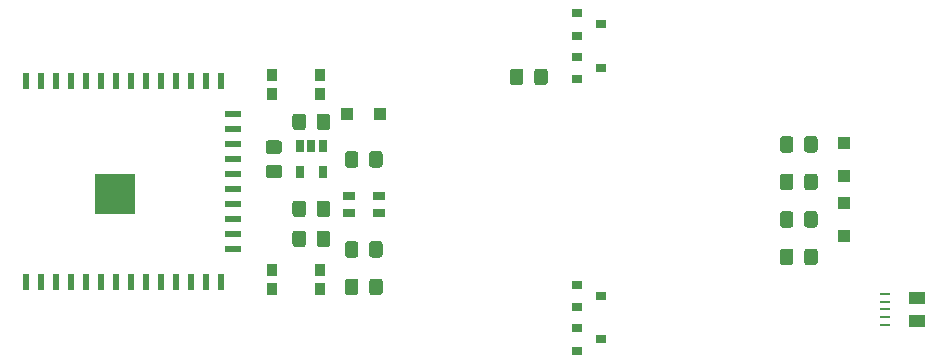
<source format=gbr>
G04 #@! TF.GenerationSoftware,KiCad,Pcbnew,(5.1.9-0-10_14)*
G04 #@! TF.CreationDate,2021-06-13T22:04:25-05:00*
G04 #@! TF.ProjectId,kbxIrBlaster,6b627849-7242-46c6-9173-7465722e6b69,rev?*
G04 #@! TF.SameCoordinates,Original*
G04 #@! TF.FileFunction,Paste,Top*
G04 #@! TF.FilePolarity,Positive*
%FSLAX46Y46*%
G04 Gerber Fmt 4.6, Leading zero omitted, Abs format (unit mm)*
G04 Created by KiCad (PCBNEW (5.1.9-0-10_14)) date 2021-06-13 22:04:25*
%MOMM*%
%LPD*%
G01*
G04 APERTURE LIST*
%ADD10R,0.650000X1.060000*%
%ADD11R,1.330000X1.050000*%
%ADD12R,0.945000X0.280000*%
%ADD13R,0.630000X1.400000*%
%ADD14R,1.400000X0.630000*%
%ADD15R,3.500000X3.500000*%
%ADD16R,0.900000X0.800000*%
%ADD17R,1.000000X0.800000*%
%ADD18R,0.900000X1.000000*%
%ADD19R,1.100000X1.100000*%
G04 APERTURE END LIST*
D10*
X146365000Y-79840000D03*
X144465000Y-79840000D03*
X144465000Y-77640000D03*
X145415000Y-77640000D03*
X146365000Y-77640000D03*
D11*
X196690500Y-92440000D03*
D12*
X193990500Y-91440000D03*
X193990500Y-90790000D03*
X193990500Y-90140000D03*
X193990500Y-92740000D03*
X193990500Y-92090000D03*
D11*
X196690500Y-90440000D03*
D13*
X121285000Y-72145000D03*
X122555000Y-72145000D03*
X123825000Y-72145000D03*
X125095000Y-72145000D03*
X126365000Y-72145000D03*
X127635000Y-72145000D03*
X128905000Y-72145000D03*
X130175000Y-72145000D03*
X131445000Y-72145000D03*
X132715000Y-72145000D03*
X133985000Y-72145000D03*
X135255000Y-72145000D03*
X136525000Y-72145000D03*
X137795000Y-72145000D03*
D14*
X138795000Y-74930000D03*
X138795000Y-76200000D03*
X138795000Y-77470000D03*
X138795000Y-78740000D03*
X138795000Y-80010000D03*
X138795000Y-81280000D03*
X138795000Y-82550000D03*
X138795000Y-83820000D03*
X138795000Y-85090000D03*
X138795000Y-86360000D03*
D13*
X137795000Y-89145000D03*
X136525000Y-89145000D03*
X135255000Y-89145000D03*
X133985000Y-89145000D03*
X132715000Y-89145000D03*
X131445000Y-89145000D03*
X130175000Y-89145000D03*
X128905000Y-89145000D03*
X127635000Y-89145000D03*
X126365000Y-89145000D03*
X125095000Y-89145000D03*
X123825000Y-89145000D03*
X122555000Y-89145000D03*
X121285000Y-89145000D03*
D15*
X128785000Y-81645000D03*
D16*
X169910000Y-70993000D03*
X167910000Y-71943000D03*
X167910000Y-70043000D03*
D17*
X148610000Y-83250000D03*
X151110000Y-83250000D03*
X151110000Y-81850000D03*
X148610000Y-81850000D03*
D16*
X169910000Y-90297000D03*
X167910000Y-91247000D03*
X167910000Y-89347000D03*
X169910000Y-67310000D03*
X167910000Y-68260000D03*
X167910000Y-66360000D03*
D18*
X146195000Y-73190000D03*
X146195000Y-71590000D03*
X142095000Y-73190000D03*
X142095000Y-71590000D03*
X146195000Y-89700000D03*
X146195000Y-88100000D03*
X142095000Y-89700000D03*
X142095000Y-88100000D03*
D16*
X169910000Y-93980000D03*
X167910000Y-94930000D03*
X167910000Y-93030000D03*
D19*
X190500000Y-85220000D03*
X190500000Y-82420000D03*
X190500000Y-77340000D03*
X190500000Y-80140000D03*
X151260000Y-74930000D03*
X148460000Y-74930000D03*
G36*
G01*
X186240000Y-77019999D02*
X186240000Y-77920001D01*
G75*
G02*
X185990001Y-78170000I-249999J0D01*
G01*
X185339999Y-78170000D01*
G75*
G02*
X185090000Y-77920001I0J249999D01*
G01*
X185090000Y-77019999D01*
G75*
G02*
X185339999Y-76770000I249999J0D01*
G01*
X185990001Y-76770000D01*
G75*
G02*
X186240000Y-77019999I0J-249999D01*
G01*
G37*
G36*
G01*
X188290000Y-77019999D02*
X188290000Y-77920001D01*
G75*
G02*
X188040001Y-78170000I-249999J0D01*
G01*
X187389999Y-78170000D01*
G75*
G02*
X187140000Y-77920001I0J249999D01*
G01*
X187140000Y-77019999D01*
G75*
G02*
X187389999Y-76770000I249999J0D01*
G01*
X188040001Y-76770000D01*
G75*
G02*
X188290000Y-77019999I0J-249999D01*
G01*
G37*
G36*
G01*
X186240000Y-80194999D02*
X186240000Y-81095001D01*
G75*
G02*
X185990001Y-81345000I-249999J0D01*
G01*
X185339999Y-81345000D01*
G75*
G02*
X185090000Y-81095001I0J249999D01*
G01*
X185090000Y-80194999D01*
G75*
G02*
X185339999Y-79945000I249999J0D01*
G01*
X185990001Y-79945000D01*
G75*
G02*
X186240000Y-80194999I0J-249999D01*
G01*
G37*
G36*
G01*
X188290000Y-80194999D02*
X188290000Y-81095001D01*
G75*
G02*
X188040001Y-81345000I-249999J0D01*
G01*
X187389999Y-81345000D01*
G75*
G02*
X187140000Y-81095001I0J249999D01*
G01*
X187140000Y-80194999D01*
G75*
G02*
X187389999Y-79945000I249999J0D01*
G01*
X188040001Y-79945000D01*
G75*
G02*
X188290000Y-80194999I0J-249999D01*
G01*
G37*
G36*
G01*
X149410000Y-89084999D02*
X149410000Y-89985001D01*
G75*
G02*
X149160001Y-90235000I-249999J0D01*
G01*
X148509999Y-90235000D01*
G75*
G02*
X148260000Y-89985001I0J249999D01*
G01*
X148260000Y-89084999D01*
G75*
G02*
X148509999Y-88835000I249999J0D01*
G01*
X149160001Y-88835000D01*
G75*
G02*
X149410000Y-89084999I0J-249999D01*
G01*
G37*
G36*
G01*
X151460000Y-89084999D02*
X151460000Y-89985001D01*
G75*
G02*
X151210001Y-90235000I-249999J0D01*
G01*
X150559999Y-90235000D01*
G75*
G02*
X150310000Y-89985001I0J249999D01*
G01*
X150310000Y-89084999D01*
G75*
G02*
X150559999Y-88835000I249999J0D01*
G01*
X151210001Y-88835000D01*
G75*
G02*
X151460000Y-89084999I0J-249999D01*
G01*
G37*
G36*
G01*
X145865000Y-83381001D02*
X145865000Y-82480999D01*
G75*
G02*
X146114999Y-82231000I249999J0D01*
G01*
X146765001Y-82231000D01*
G75*
G02*
X147015000Y-82480999I0J-249999D01*
G01*
X147015000Y-83381001D01*
G75*
G02*
X146765001Y-83631000I-249999J0D01*
G01*
X146114999Y-83631000D01*
G75*
G02*
X145865000Y-83381001I0J249999D01*
G01*
G37*
G36*
G01*
X143815000Y-83381001D02*
X143815000Y-82480999D01*
G75*
G02*
X144064999Y-82231000I249999J0D01*
G01*
X144715001Y-82231000D01*
G75*
G02*
X144965000Y-82480999I0J-249999D01*
G01*
X144965000Y-83381001D01*
G75*
G02*
X144715001Y-83631000I-249999J0D01*
G01*
X144064999Y-83631000D01*
G75*
G02*
X143815000Y-83381001I0J249999D01*
G01*
G37*
G36*
G01*
X145865000Y-85921001D02*
X145865000Y-85020999D01*
G75*
G02*
X146114999Y-84771000I249999J0D01*
G01*
X146765001Y-84771000D01*
G75*
G02*
X147015000Y-85020999I0J-249999D01*
G01*
X147015000Y-85921001D01*
G75*
G02*
X146765001Y-86171000I-249999J0D01*
G01*
X146114999Y-86171000D01*
G75*
G02*
X145865000Y-85921001I0J249999D01*
G01*
G37*
G36*
G01*
X143815000Y-85921001D02*
X143815000Y-85020999D01*
G75*
G02*
X144064999Y-84771000I249999J0D01*
G01*
X144715001Y-84771000D01*
G75*
G02*
X144965000Y-85020999I0J-249999D01*
G01*
X144965000Y-85921001D01*
G75*
G02*
X144715001Y-86171000I-249999J0D01*
G01*
X144064999Y-86171000D01*
G75*
G02*
X143815000Y-85921001I0J249999D01*
G01*
G37*
G36*
G01*
X186240000Y-83369999D02*
X186240000Y-84270001D01*
G75*
G02*
X185990001Y-84520000I-249999J0D01*
G01*
X185339999Y-84520000D01*
G75*
G02*
X185090000Y-84270001I0J249999D01*
G01*
X185090000Y-83369999D01*
G75*
G02*
X185339999Y-83120000I249999J0D01*
G01*
X185990001Y-83120000D01*
G75*
G02*
X186240000Y-83369999I0J-249999D01*
G01*
G37*
G36*
G01*
X188290000Y-83369999D02*
X188290000Y-84270001D01*
G75*
G02*
X188040001Y-84520000I-249999J0D01*
G01*
X187389999Y-84520000D01*
G75*
G02*
X187140000Y-84270001I0J249999D01*
G01*
X187140000Y-83369999D01*
G75*
G02*
X187389999Y-83120000I249999J0D01*
G01*
X188040001Y-83120000D01*
G75*
G02*
X188290000Y-83369999I0J-249999D01*
G01*
G37*
G36*
G01*
X186240000Y-86544999D02*
X186240000Y-87445001D01*
G75*
G02*
X185990001Y-87695000I-249999J0D01*
G01*
X185339999Y-87695000D01*
G75*
G02*
X185090000Y-87445001I0J249999D01*
G01*
X185090000Y-86544999D01*
G75*
G02*
X185339999Y-86295000I249999J0D01*
G01*
X185990001Y-86295000D01*
G75*
G02*
X186240000Y-86544999I0J-249999D01*
G01*
G37*
G36*
G01*
X188290000Y-86544999D02*
X188290000Y-87445001D01*
G75*
G02*
X188040001Y-87695000I-249999J0D01*
G01*
X187389999Y-87695000D01*
G75*
G02*
X187140000Y-87445001I0J249999D01*
G01*
X187140000Y-86544999D01*
G75*
G02*
X187389999Y-86295000I249999J0D01*
G01*
X188040001Y-86295000D01*
G75*
G02*
X188290000Y-86544999I0J-249999D01*
G01*
G37*
G36*
G01*
X163380000Y-71304999D02*
X163380000Y-72205001D01*
G75*
G02*
X163130001Y-72455000I-249999J0D01*
G01*
X162479999Y-72455000D01*
G75*
G02*
X162230000Y-72205001I0J249999D01*
G01*
X162230000Y-71304999D01*
G75*
G02*
X162479999Y-71055000I249999J0D01*
G01*
X163130001Y-71055000D01*
G75*
G02*
X163380000Y-71304999I0J-249999D01*
G01*
G37*
G36*
G01*
X165430000Y-71304999D02*
X165430000Y-72205001D01*
G75*
G02*
X165180001Y-72455000I-249999J0D01*
G01*
X164529999Y-72455000D01*
G75*
G02*
X164280000Y-72205001I0J249999D01*
G01*
X164280000Y-71304999D01*
G75*
G02*
X164529999Y-71055000I249999J0D01*
G01*
X165180001Y-71055000D01*
G75*
G02*
X165430000Y-71304999I0J-249999D01*
G01*
G37*
G36*
G01*
X149410000Y-78289999D02*
X149410000Y-79190001D01*
G75*
G02*
X149160001Y-79440000I-249999J0D01*
G01*
X148509999Y-79440000D01*
G75*
G02*
X148260000Y-79190001I0J249999D01*
G01*
X148260000Y-78289999D01*
G75*
G02*
X148509999Y-78040000I249999J0D01*
G01*
X149160001Y-78040000D01*
G75*
G02*
X149410000Y-78289999I0J-249999D01*
G01*
G37*
G36*
G01*
X151460000Y-78289999D02*
X151460000Y-79190001D01*
G75*
G02*
X151210001Y-79440000I-249999J0D01*
G01*
X150559999Y-79440000D01*
G75*
G02*
X150310000Y-79190001I0J249999D01*
G01*
X150310000Y-78289999D01*
G75*
G02*
X150559999Y-78040000I249999J0D01*
G01*
X151210001Y-78040000D01*
G75*
G02*
X151460000Y-78289999I0J-249999D01*
G01*
G37*
G36*
G01*
X141789999Y-77140000D02*
X142690001Y-77140000D01*
G75*
G02*
X142940000Y-77389999I0J-249999D01*
G01*
X142940000Y-78040001D01*
G75*
G02*
X142690001Y-78290000I-249999J0D01*
G01*
X141789999Y-78290000D01*
G75*
G02*
X141540000Y-78040001I0J249999D01*
G01*
X141540000Y-77389999D01*
G75*
G02*
X141789999Y-77140000I249999J0D01*
G01*
G37*
G36*
G01*
X141789999Y-79190000D02*
X142690001Y-79190000D01*
G75*
G02*
X142940000Y-79439999I0J-249999D01*
G01*
X142940000Y-80090001D01*
G75*
G02*
X142690001Y-80340000I-249999J0D01*
G01*
X141789999Y-80340000D01*
G75*
G02*
X141540000Y-80090001I0J249999D01*
G01*
X141540000Y-79439999D01*
G75*
G02*
X141789999Y-79190000I249999J0D01*
G01*
G37*
G36*
G01*
X145865000Y-76015001D02*
X145865000Y-75114999D01*
G75*
G02*
X146114999Y-74865000I249999J0D01*
G01*
X146765001Y-74865000D01*
G75*
G02*
X147015000Y-75114999I0J-249999D01*
G01*
X147015000Y-76015001D01*
G75*
G02*
X146765001Y-76265000I-249999J0D01*
G01*
X146114999Y-76265000D01*
G75*
G02*
X145865000Y-76015001I0J249999D01*
G01*
G37*
G36*
G01*
X143815000Y-76015001D02*
X143815000Y-75114999D01*
G75*
G02*
X144064999Y-74865000I249999J0D01*
G01*
X144715001Y-74865000D01*
G75*
G02*
X144965000Y-75114999I0J-249999D01*
G01*
X144965000Y-76015001D01*
G75*
G02*
X144715001Y-76265000I-249999J0D01*
G01*
X144064999Y-76265000D01*
G75*
G02*
X143815000Y-76015001I0J249999D01*
G01*
G37*
G36*
G01*
X150310000Y-86810001D02*
X150310000Y-85909999D01*
G75*
G02*
X150559999Y-85660000I249999J0D01*
G01*
X151210001Y-85660000D01*
G75*
G02*
X151460000Y-85909999I0J-249999D01*
G01*
X151460000Y-86810001D01*
G75*
G02*
X151210001Y-87060000I-249999J0D01*
G01*
X150559999Y-87060000D01*
G75*
G02*
X150310000Y-86810001I0J249999D01*
G01*
G37*
G36*
G01*
X148260000Y-86810001D02*
X148260000Y-85909999D01*
G75*
G02*
X148509999Y-85660000I249999J0D01*
G01*
X149160001Y-85660000D01*
G75*
G02*
X149410000Y-85909999I0J-249999D01*
G01*
X149410000Y-86810001D01*
G75*
G02*
X149160001Y-87060000I-249999J0D01*
G01*
X148509999Y-87060000D01*
G75*
G02*
X148260000Y-86810001I0J249999D01*
G01*
G37*
M02*

</source>
